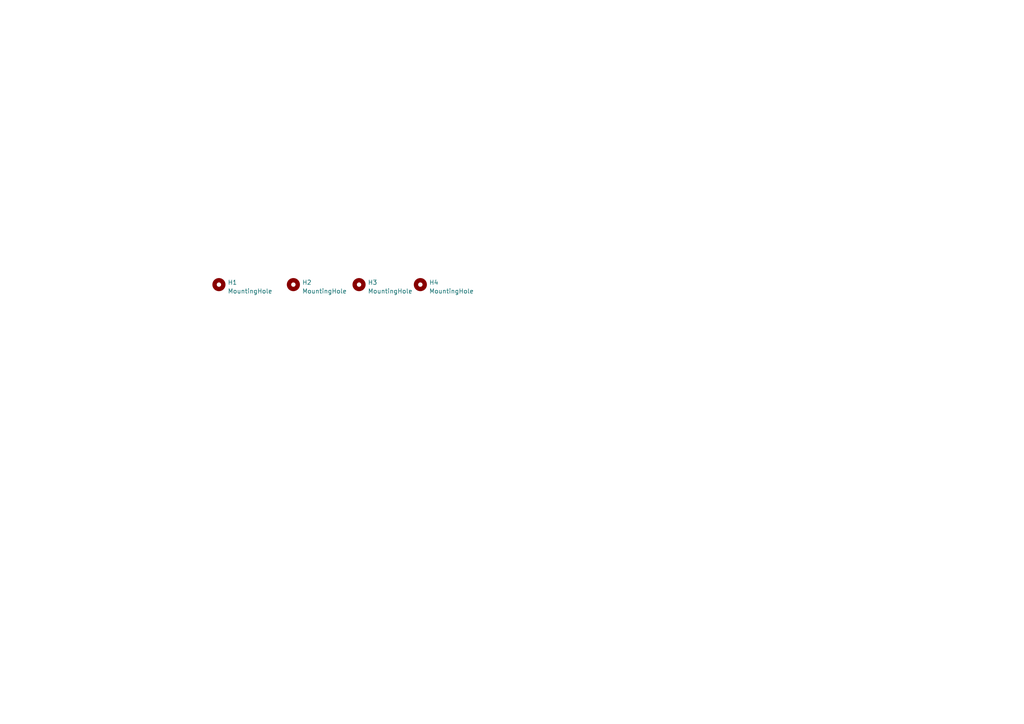
<source format=kicad_sch>
(kicad_sch (version 20230121) (generator eeschema)
  (paper "A4")
  (lib_symbols
    (symbol "Mechanical:MountingHole" (pin_names (offset 1.016))
      (property "Reference" "H" (at 0 5.08 0))
      (property "Value" "MountingHole" (at 0 3.175 0))
      (symbol "MountingHole_0_1"
        (circle (center 0 0) (radius 1.27) (stroke (width 1.27)))
      )
    )
  )
  (symbol (lib_id "Mechanical:MountingHole") (at 121.92 82.55 0) (unit 1)
    (property "Reference" "H4" (at 124.46 81.915 0) (effects (justify left)))
    (property "Value" "MountingHole" (at 124.46 84.455 0) (effects (justify left)))
    (property "Footprint" "MountingHole:MountingHole_3.2mm_M3_DIN965_Pad" (effects hide))
  )
  (symbol (lib_id "Mechanical:MountingHole") (at 104.14 82.55 0) (unit 1)
    (property "Reference" "H3" (at 106.68 81.915 0) (effects (justify left)))
    (property "Value" "MountingHole" (at 106.68 84.455 0) (effects (justify left)))
    (property "Footprint" "MountingHole:MountingHole_3.2mm_M3_DIN965_Pad" (effects hide))
  )
  (symbol (lib_id "Mechanical:MountingHole") (at 85.09 82.55 0) (unit 1)
    (property "Reference" "H2" (at 87.63 81.915 0) (effects (justify left)))
    (property "Value" "MountingHole" (at 87.63 84.455 0) (effects (justify left)))
    (property "Footprint" "MountingHole:MountingHole_3.2mm_M3_DIN965_Pad" (effects hide))
  )
  (symbol (lib_id "Mechanical:MountingHole") (at 63.5 82.55 0) (unit 1)
    (property "Reference" "H1" (at 66.04 81.915 0) (effects (justify left)))
    (property "Value" "MountingHole" (at 66.04 84.455 0) (effects (justify left)))
    (property "Footprint" "MountingHole:MountingHole_3.2mm_M3_DIN965_Pad" (effects hide))
  )
)
</source>
